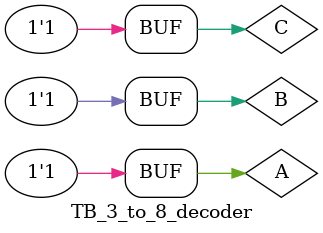
<source format=v>


module TB_3_to_8_decoder();
wire [7:0]Y; reg A, B, C;

//triggering Test Bench for Dataflow Modelling
decoder_3_to_8_df triggering_dataflowModelling(A, B, C, Y);

initial
begin

A = 1'b0; B = 1'b0; C = 1'b0;
#200;
A = 1'b0; B = 1'b0; C = 1'b1;
#200;
A = 1'b0; B = 1'b1; C = 1'b0;
#200;
A = 1'b0; B = 1'b1; C = 1'b1;
#200;
A = 1'b1; B = 1'b0; C = 1'b0;
#200;
A = 1'b1; B = 1'b0; C = 1'b1;
#200;
A = 1'b1; B = 1'b1; C = 1'b0;
#200;
A = 1'b1; B = 1'b1; C = 1'b1;
end
endmodule
</source>
